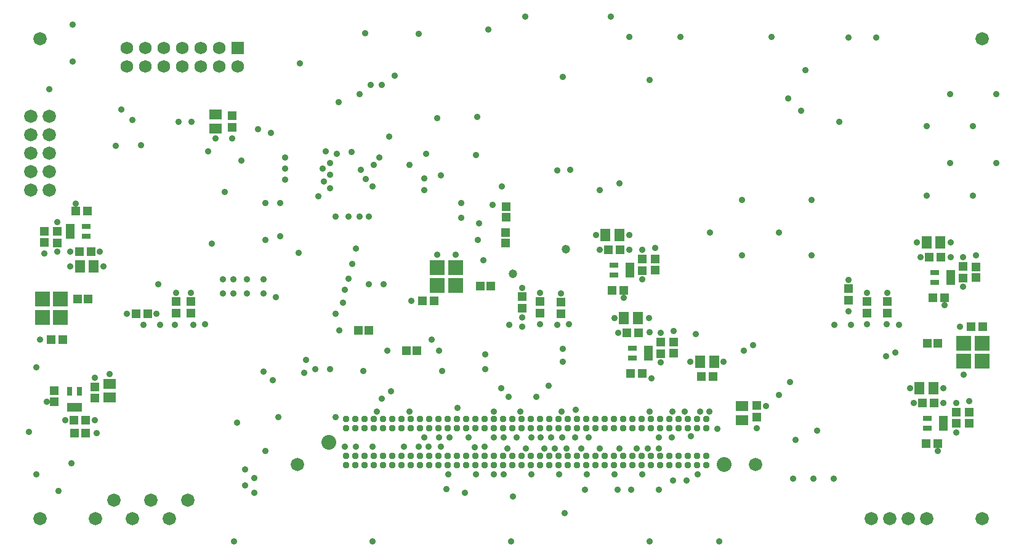
<source format=gbs>
G04 Layer_Color=16711935*
%FSLAX25Y25*%
%MOIN*%
G70*
G01*
G75*
%ADD42C,0.03500*%
%ADD46C,0.08000*%
%ADD75R,0.06909X0.05728*%
%ADD76R,0.05137X0.04940*%
%ADD77R,0.04940X0.05137*%
%ADD79R,0.04743X0.05137*%
%ADD80R,0.05137X0.04743*%
%ADD82C,0.07200*%
%ADD85C,0.04700*%
%ADD86R,0.04547X0.02578*%
%ADD87R,0.02578X0.04547*%
%ADD88C,0.03720*%
%ADD89R,0.07893X0.07893*%
%ADD90R,0.07893X0.07893*%
%ADD91R,0.05728X0.06909*%
%ADD92R,0.06850X0.06850*%
%ADD93C,0.06850*%
D42*
X149000Y75000D02*
D03*
X200000Y59000D02*
D03*
X350000Y257500D02*
D03*
X257500Y180000D02*
D03*
X147500Y140000D02*
D03*
X37500Y287500D02*
D03*
Y267500D02*
D03*
X25000Y252500D02*
D03*
X262500Y285000D02*
D03*
X225000Y282500D02*
D03*
X375000Y120000D02*
D03*
X237500Y100000D02*
D03*
X195000D02*
D03*
X437500Y192500D02*
D03*
X400000D02*
D03*
X420000Y175000D02*
D03*
X382500D02*
D03*
X437500Y162500D02*
D03*
X400000D02*
D03*
X500000Y195000D02*
D03*
Y232500D02*
D03*
X512500Y212500D02*
D03*
Y250000D02*
D03*
X525000Y195000D02*
D03*
Y232500D02*
D03*
X537500Y212500D02*
D03*
Y250000D02*
D03*
X452500Y235000D02*
D03*
X350000Y7500D02*
D03*
X387500D02*
D03*
X275000D02*
D03*
X200000D02*
D03*
X125000D02*
D03*
X196000Y283000D02*
D03*
X113000Y169000D02*
D03*
X18000Y102000D02*
D03*
X14000Y67000D02*
D03*
X37000Y50000D02*
D03*
X30000Y35000D02*
D03*
X18000Y44000D02*
D03*
X457500Y280453D02*
D03*
X472500D02*
D03*
X432000Y241000D02*
D03*
X425000Y247500D02*
D03*
X434358Y263000D02*
D03*
X415858Y280858D02*
D03*
X366642D02*
D03*
X304000Y23000D02*
D03*
X276000Y32000D02*
D03*
X301000Y44000D02*
D03*
X193500Y209000D02*
D03*
X200500Y211500D02*
D03*
X220000D02*
D03*
X229000Y217500D02*
D03*
X203500Y215500D02*
D03*
X188500Y218500D02*
D03*
X323000Y198000D02*
D03*
X141000Y99500D02*
D03*
X146000Y95000D02*
D03*
X119000Y142000D02*
D03*
X124500D02*
D03*
X119000Y149500D02*
D03*
X124500D02*
D03*
X305000Y58000D02*
D03*
X298500D02*
D03*
X408000Y69000D02*
D03*
X132000Y142000D02*
D03*
Y149500D02*
D03*
X141000Y142000D02*
D03*
Y149500D02*
D03*
X192890Y183390D02*
D03*
X198000Y183500D02*
D03*
X187000D02*
D03*
X180000D02*
D03*
X189000Y158000D02*
D03*
X186984Y150016D02*
D03*
X190921Y166079D02*
D03*
X256500Y237500D02*
D03*
X333500Y201500D02*
D03*
X180500Y217500D02*
D03*
X170500Y194500D02*
D03*
X177000Y199000D02*
D03*
Y212500D02*
D03*
X173000Y209500D02*
D03*
X174500Y219000D02*
D03*
X176850Y206350D02*
D03*
X173500Y202500D02*
D03*
X152500Y209500D02*
D03*
Y203500D02*
D03*
Y215500D02*
D03*
X70000Y236000D02*
D03*
X64000Y241500D02*
D03*
X235000Y163000D02*
D03*
X248000Y191000D02*
D03*
Y183000D02*
D03*
X281000Y145000D02*
D03*
X138000Y231000D02*
D03*
X300000Y208500D02*
D03*
X307000Y209000D02*
D03*
X160500Y266500D02*
D03*
X181500Y245500D02*
D03*
X328961Y292039D02*
D03*
X282500D02*
D03*
X237000Y206000D02*
D03*
X512941Y169441D02*
D03*
Y161441D02*
D03*
X349472Y128472D02*
D03*
X111000Y219000D02*
D03*
X351000Y96000D02*
D03*
X338953Y280953D02*
D03*
X212000Y260000D02*
D03*
X235000Y237000D02*
D03*
X303000Y259311D02*
D03*
X209000Y227000D02*
D03*
X205000Y255000D02*
D03*
X199000D02*
D03*
X193000Y250000D02*
D03*
X228000Y197850D02*
D03*
X227850Y204150D02*
D03*
X200000Y200000D02*
D03*
X196047Y203953D02*
D03*
X129000Y214000D02*
D03*
X142000Y191000D02*
D03*
X145000Y229000D02*
D03*
X120000Y197000D02*
D03*
X142000Y171000D02*
D03*
X150000Y173000D02*
D03*
Y191000D02*
D03*
X160000Y164000D02*
D03*
X265000Y190000D02*
D03*
X257000Y171000D02*
D03*
X295205Y92000D02*
D03*
X303000Y105000D02*
D03*
Y112000D02*
D03*
X310000Y79000D02*
D03*
X302000Y142000D02*
D03*
X300000Y125000D02*
D03*
X281000Y129000D02*
D03*
X54228Y156465D02*
D03*
X103000Y125000D02*
D03*
X93000D02*
D03*
X83000Y131000D02*
D03*
X67000D02*
D03*
X323000Y58000D02*
D03*
X313000D02*
D03*
X317000Y64000D02*
D03*
X350000Y78000D02*
D03*
X309500Y64000D02*
D03*
X302500D02*
D03*
X296500D02*
D03*
X288500Y86000D02*
D03*
X278000Y64000D02*
D03*
X286000D02*
D03*
X142000Y56500D02*
D03*
X136000Y42000D02*
D03*
Y34000D02*
D03*
X131000Y46500D02*
D03*
Y38000D02*
D03*
X273500Y86000D02*
D03*
X269500Y90500D02*
D03*
X271000Y64000D02*
D03*
X265500D02*
D03*
Y44000D02*
D03*
Y78000D02*
D03*
X261000Y101000D02*
D03*
Y109000D02*
D03*
X230157Y59000D02*
D03*
X225000D02*
D03*
X217000D02*
D03*
X210000Y89000D02*
D03*
X205000Y85000D02*
D03*
X191000Y59000D02*
D03*
X220000Y78000D02*
D03*
X185000Y59000D02*
D03*
X240000Y36000D02*
D03*
X250000Y34000D02*
D03*
X467543Y125260D02*
D03*
X457543Y132260D02*
D03*
X362000Y64000D02*
D03*
X76000Y125000D02*
D03*
X180000Y75000D02*
D03*
X376000Y44000D02*
D03*
X346000D02*
D03*
X331000D02*
D03*
X316000D02*
D03*
X286000D02*
D03*
X271000D02*
D03*
X256000D02*
D03*
X241000D02*
D03*
X280000Y78000D02*
D03*
X355000Y64000D02*
D03*
X291000D02*
D03*
X274000Y125000D02*
D03*
X382299Y78000D02*
D03*
X369000D02*
D03*
X377299D02*
D03*
X372299Y64614D02*
D03*
X362299Y78000D02*
D03*
X302299D02*
D03*
X202299D02*
D03*
X49465Y96228D02*
D03*
X57465Y98228D02*
D03*
X50417Y66228D02*
D03*
X49465Y73228D02*
D03*
X33465D02*
D03*
X23465Y83228D02*
D03*
X39228Y190465D02*
D03*
X29228Y180465D02*
D03*
Y164465D02*
D03*
X22228Y163512D02*
D03*
X36228Y156465D02*
D03*
Y164465D02*
D03*
X52228D02*
D03*
X345772Y149528D02*
D03*
Y165528D02*
D03*
X352772Y166480D02*
D03*
X338772Y173528D02*
D03*
Y165528D02*
D03*
X320772Y173528D02*
D03*
X322772Y165528D02*
D03*
X330772Y128472D02*
D03*
X332772Y120472D02*
D03*
X362772Y121425D02*
D03*
X355772Y120472D02*
D03*
Y104472D02*
D03*
X492772Y82559D02*
D03*
X490772Y90559D02*
D03*
X508772Y82559D02*
D03*
Y90559D02*
D03*
X522772Y83512D02*
D03*
X515772Y82559D02*
D03*
Y66559D02*
D03*
X505772Y56559D02*
D03*
X509500Y135441D02*
D03*
X519500Y145441D02*
D03*
Y161441D02*
D03*
X526500Y162394D02*
D03*
X494500Y169441D02*
D03*
X496500Y161441D02*
D03*
X478543Y142260D02*
D03*
X467543D02*
D03*
X457543Y149260D02*
D03*
X478197Y125260D02*
D03*
X290378Y142260D02*
D03*
X306126Y125260D02*
D03*
X290378D02*
D03*
X93528Y142260D02*
D03*
X101528D02*
D03*
X478000Y108000D02*
D03*
X483000Y110000D02*
D03*
X438500Y41500D02*
D03*
X427500D02*
D03*
X315000Y35500D02*
D03*
X440500Y67500D02*
D03*
X340000Y35500D02*
D03*
X429000Y62500D02*
D03*
X332500Y35500D02*
D03*
X333500Y58000D02*
D03*
X355000Y35500D02*
D03*
X126500Y72000D02*
D03*
X386500Y68500D02*
D03*
X355000Y58000D02*
D03*
X362500Y40500D02*
D03*
X370000D02*
D03*
X449500Y41500D02*
D03*
X109276Y125260D02*
D03*
X74650Y222142D02*
D03*
X95000Y235000D02*
D03*
X102000D02*
D03*
X115000Y226000D02*
D03*
X124000D02*
D03*
X20000Y117000D02*
D03*
X85000Y125000D02*
D03*
X281000Y124000D02*
D03*
X245000Y163000D02*
D03*
X518000Y124000D02*
D03*
X485000Y125000D02*
D03*
X459000D02*
D03*
X450000D02*
D03*
X520000Y98000D02*
D03*
X208000Y111000D02*
D03*
X260000Y160000D02*
D03*
X236000Y111000D02*
D03*
X232000Y117000D02*
D03*
X270000Y200000D02*
D03*
X84000Y147000D02*
D03*
X163000Y99000D02*
D03*
X164000Y106000D02*
D03*
X169000Y101000D02*
D03*
X177000D02*
D03*
X182000Y122000D02*
D03*
X180000Y131000D02*
D03*
X184000Y137000D02*
D03*
X273000Y58000D02*
D03*
X185000Y144000D02*
D03*
X228000Y64000D02*
D03*
X237000Y59000D02*
D03*
X236000Y64000D02*
D03*
X241500D02*
D03*
X260650Y59000D02*
D03*
X255325Y58675D02*
D03*
X252000Y64000D02*
D03*
X283000Y58000D02*
D03*
X293000D02*
D03*
X246000Y80000D02*
D03*
X256000Y217000D02*
D03*
X372000Y105000D02*
D03*
X390000D02*
D03*
X413000Y81000D02*
D03*
X406000Y114000D02*
D03*
X401000Y111000D02*
D03*
X426000Y94000D02*
D03*
X420000Y87000D02*
D03*
X349000Y58000D02*
D03*
X343000D02*
D03*
X335772Y139528D02*
D03*
X221000Y138000D02*
D03*
X198000Y147000D02*
D03*
X206000D02*
D03*
X61000Y222000D02*
D03*
X350000Y121000D02*
D03*
D46*
X390197Y49299D02*
D03*
X176102Y61307D02*
D03*
D75*
X115000Y238740D02*
D03*
Y231260D02*
D03*
X400000Y73260D02*
D03*
Y80740D02*
D03*
X57465Y92968D02*
D03*
Y85488D02*
D03*
D76*
X124000Y238150D02*
D03*
Y231850D02*
D03*
X408000Y74850D02*
D03*
Y81150D02*
D03*
X101528Y131110D02*
D03*
Y137409D02*
D03*
X93528Y131110D02*
D03*
Y137409D02*
D03*
X281000Y133850D02*
D03*
Y140150D02*
D03*
X290378Y131110D02*
D03*
Y137409D02*
D03*
X302000Y130850D02*
D03*
Y137150D02*
D03*
X457543Y138110D02*
D03*
Y144410D02*
D03*
X467543Y131110D02*
D03*
Y137409D02*
D03*
X478543Y131110D02*
D03*
Y137409D02*
D03*
X519500Y156591D02*
D03*
Y150291D02*
D03*
X515772Y77709D02*
D03*
Y71409D02*
D03*
X355772Y115622D02*
D03*
Y109323D02*
D03*
X345772Y160677D02*
D03*
Y154378D02*
D03*
X29228Y169315D02*
D03*
Y175614D02*
D03*
X27465Y89378D02*
D03*
Y83079D02*
D03*
X49465Y91378D02*
D03*
Y85079D02*
D03*
D77*
X530150Y124000D02*
D03*
X523850D02*
D03*
X233150Y138000D02*
D03*
X226850D02*
D03*
X32150Y117000D02*
D03*
X25850D02*
D03*
X377850Y97000D02*
D03*
X384150D02*
D03*
X78150Y131000D02*
D03*
X71850D02*
D03*
X501350Y161441D02*
D03*
X507650D02*
D03*
X503350Y139441D02*
D03*
X509650D02*
D03*
X497622Y82559D02*
D03*
X503921D02*
D03*
X499622Y60559D02*
D03*
X505921D02*
D03*
X337622Y120472D02*
D03*
X343921D02*
D03*
X339622Y98472D02*
D03*
X345921D02*
D03*
X327622Y165528D02*
D03*
X333921D02*
D03*
X329622Y143528D02*
D03*
X335921D02*
D03*
X45378Y186465D02*
D03*
X39079D02*
D03*
X47378Y164465D02*
D03*
X41079D02*
D03*
X44614Y73228D02*
D03*
X38315D02*
D03*
D79*
X526500Y156346D02*
D03*
Y150441D02*
D03*
X522772Y77512D02*
D03*
Y71606D02*
D03*
X362772Y115425D02*
D03*
Y109520D02*
D03*
X352772Y160433D02*
D03*
Y154528D02*
D03*
X22228Y169512D02*
D03*
Y175417D02*
D03*
X272000Y174953D02*
D03*
Y169047D02*
D03*
X272047Y183095D02*
D03*
Y189000D02*
D03*
D80*
X505953Y115000D02*
D03*
X500047D02*
D03*
X258047Y146000D02*
D03*
X263953D02*
D03*
X40047Y139000D02*
D03*
X45953D02*
D03*
X44370Y66228D02*
D03*
X38465D02*
D03*
X192047Y122000D02*
D03*
X197953D02*
D03*
X218047Y111000D02*
D03*
X223953D02*
D03*
D82*
X407165Y49299D02*
D03*
X159134D02*
D03*
X80000Y30000D02*
D03*
X70000Y20000D02*
D03*
X490000D02*
D03*
X500000D02*
D03*
X480000D02*
D03*
X470000D02*
D03*
X90000D02*
D03*
X50000D02*
D03*
X60000Y30000D02*
D03*
X530000Y280000D02*
D03*
Y20000D02*
D03*
X20000Y280000D02*
D03*
Y20000D02*
D03*
X25000Y238000D02*
D03*
X15000D02*
D03*
X100000Y30000D02*
D03*
X15000Y198000D02*
D03*
X25000D02*
D03*
X15000Y208000D02*
D03*
X25000D02*
D03*
Y218000D02*
D03*
X15000Y228000D02*
D03*
Y218000D02*
D03*
X25000Y228000D02*
D03*
D85*
X276000Y152500D02*
D03*
X304500Y166000D02*
D03*
D86*
X512831Y147941D02*
D03*
Y153059D02*
D03*
X504169Y147941D02*
D03*
Y153059D02*
D03*
X512831Y150500D02*
D03*
X508831Y68941D02*
D03*
Y74059D02*
D03*
X500169Y68941D02*
D03*
Y74059D02*
D03*
X508831Y71500D02*
D03*
X349102Y106941D02*
D03*
Y112059D02*
D03*
X340441Y106941D02*
D03*
Y112059D02*
D03*
X349102Y109500D02*
D03*
X339102Y151941D02*
D03*
Y157059D02*
D03*
X330441Y151941D02*
D03*
Y157059D02*
D03*
X339102Y154500D02*
D03*
X36169Y178059D02*
D03*
Y172941D02*
D03*
X44831Y178059D02*
D03*
Y172941D02*
D03*
X36169Y175500D02*
D03*
D87*
X35941Y80169D02*
D03*
X41059D02*
D03*
X35941Y88831D02*
D03*
X41059D02*
D03*
X38500Y80169D02*
D03*
D88*
X250650Y73807D02*
D03*
X185650D02*
D03*
X190650D02*
D03*
X195650D02*
D03*
X200650D02*
D03*
X205650D02*
D03*
X210650D02*
D03*
X215650D02*
D03*
X220650D02*
D03*
X225650D02*
D03*
X230650D02*
D03*
X235650D02*
D03*
X240650D02*
D03*
X245650D02*
D03*
X255650D02*
D03*
X260650D02*
D03*
X265650D02*
D03*
X270650D02*
D03*
X275650D02*
D03*
X280650D02*
D03*
X285650D02*
D03*
X290650D02*
D03*
X295650D02*
D03*
X300650D02*
D03*
X305650D02*
D03*
X310650D02*
D03*
X315650D02*
D03*
X320650D02*
D03*
X325650D02*
D03*
X330650D02*
D03*
X335650D02*
D03*
X340650D02*
D03*
X345650D02*
D03*
X350650D02*
D03*
X355650D02*
D03*
X360650D02*
D03*
X365650D02*
D03*
X370650D02*
D03*
X375650D02*
D03*
X380650D02*
D03*
X190650Y68807D02*
D03*
X195650D02*
D03*
X200650D02*
D03*
X205650D02*
D03*
X210650D02*
D03*
X215650D02*
D03*
X220650D02*
D03*
X225650D02*
D03*
X230650D02*
D03*
X235650D02*
D03*
X240650D02*
D03*
X245650D02*
D03*
X250650D02*
D03*
X255650D02*
D03*
X260650D02*
D03*
X265650D02*
D03*
X270650D02*
D03*
X275650D02*
D03*
X280650D02*
D03*
X285650D02*
D03*
X290650D02*
D03*
X295650D02*
D03*
X300650D02*
D03*
X305650D02*
D03*
X310650D02*
D03*
X315650D02*
D03*
X320650D02*
D03*
X325650D02*
D03*
X330650D02*
D03*
X335650D02*
D03*
X340650D02*
D03*
X345650D02*
D03*
X350650D02*
D03*
X355650D02*
D03*
X360650D02*
D03*
X365650D02*
D03*
X370650D02*
D03*
X375650D02*
D03*
X380650D02*
D03*
X185650D02*
D03*
Y53807D02*
D03*
X190650D02*
D03*
X195650D02*
D03*
X200650D02*
D03*
X205650D02*
D03*
X210650D02*
D03*
X215650D02*
D03*
X220650D02*
D03*
X225650D02*
D03*
X230650D02*
D03*
X235650D02*
D03*
X240650D02*
D03*
X245650D02*
D03*
X250650D02*
D03*
X255650D02*
D03*
X260650D02*
D03*
X265650D02*
D03*
X270650D02*
D03*
X275650D02*
D03*
X280650D02*
D03*
X285650D02*
D03*
X290650D02*
D03*
X295650D02*
D03*
X300650D02*
D03*
X305650D02*
D03*
X310650D02*
D03*
X315650D02*
D03*
X320650D02*
D03*
X325650D02*
D03*
X330650D02*
D03*
X335650D02*
D03*
X340650D02*
D03*
X345650D02*
D03*
X350650D02*
D03*
X355650D02*
D03*
X360650D02*
D03*
X365650D02*
D03*
X370650D02*
D03*
X375650D02*
D03*
X380650D02*
D03*
X185650Y48807D02*
D03*
X190650D02*
D03*
X195650D02*
D03*
X200650D02*
D03*
X205650D02*
D03*
X210650D02*
D03*
X215650D02*
D03*
X220650D02*
D03*
X225650D02*
D03*
X230650D02*
D03*
X235650D02*
D03*
X240650D02*
D03*
X245650D02*
D03*
X250650D02*
D03*
X255650D02*
D03*
X260650D02*
D03*
X265650D02*
D03*
X270650D02*
D03*
X275650D02*
D03*
X280650D02*
D03*
X285650D02*
D03*
X290650D02*
D03*
X295650D02*
D03*
X300650D02*
D03*
X305650D02*
D03*
X310650D02*
D03*
X315650D02*
D03*
X320650D02*
D03*
X325650D02*
D03*
X330650D02*
D03*
X335650D02*
D03*
X340650D02*
D03*
X345650D02*
D03*
X350650D02*
D03*
X355650D02*
D03*
X360650D02*
D03*
X365650D02*
D03*
X370650D02*
D03*
X375650D02*
D03*
X380650D02*
D03*
D89*
X530000Y105276D02*
D03*
Y114724D02*
D03*
X520000D02*
D03*
Y105276D02*
D03*
X235000Y155724D02*
D03*
Y146276D02*
D03*
X245000D02*
D03*
Y155724D02*
D03*
D90*
X21276Y129000D02*
D03*
X30724D02*
D03*
Y139000D02*
D03*
X21276D02*
D03*
D91*
X377260Y105000D02*
D03*
X384740D02*
D03*
X499760Y169441D02*
D03*
X507240D02*
D03*
X496032Y90559D02*
D03*
X503512D02*
D03*
X336032Y128472D02*
D03*
X343512D02*
D03*
X326031Y173528D02*
D03*
X333512D02*
D03*
X48968Y156465D02*
D03*
X41488D02*
D03*
D92*
X127000Y275000D02*
D03*
D93*
X117000D02*
D03*
X107000D02*
D03*
X97000D02*
D03*
X87000D02*
D03*
X77000D02*
D03*
X67000D02*
D03*
X127000Y265000D02*
D03*
X117000D02*
D03*
X107000D02*
D03*
X97000D02*
D03*
X87000D02*
D03*
X77000D02*
D03*
X67000D02*
D03*
M02*

</source>
